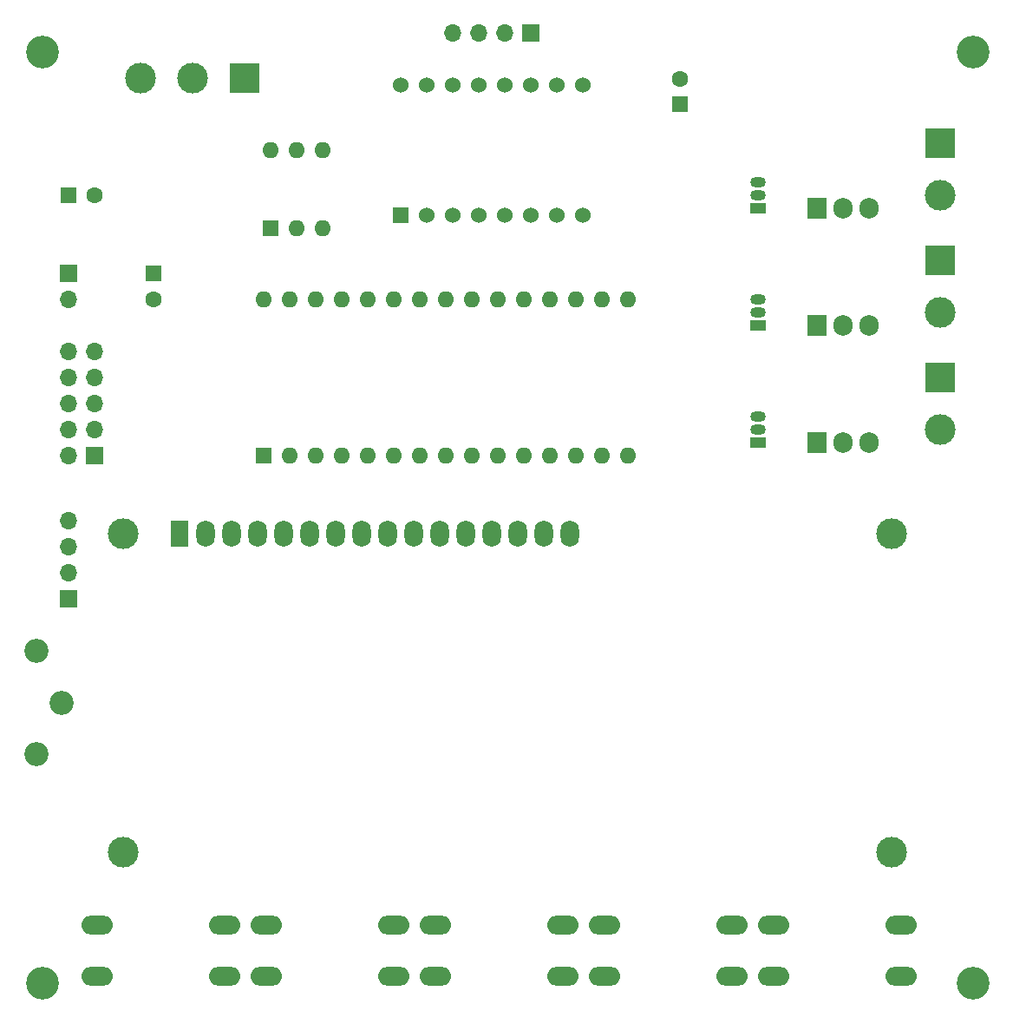
<source format=gbr>
%TF.GenerationSoftware,KiCad,Pcbnew,(5.1.12)-1*%
%TF.CreationDate,2022-08-13T13:45:03+02:00*%
%TF.ProjectId,petpuller,70657470-756c-46c6-9572-2e6b69636164,rev?*%
%TF.SameCoordinates,Original*%
%TF.FileFunction,Soldermask,Top*%
%TF.FilePolarity,Negative*%
%FSLAX46Y46*%
G04 Gerber Fmt 4.6, Leading zero omitted, Abs format (unit mm)*
G04 Created by KiCad (PCBNEW (5.1.12)-1) date 2022-08-13 13:45:03*
%MOMM*%
%LPD*%
G01*
G04 APERTURE LIST*
%ADD10C,3.200000*%
%ADD11R,1.600000X1.600000*%
%ADD12O,1.600000X1.600000*%
%ADD13C,1.600000*%
%ADD14R,1.800000X2.600000*%
%ADD15O,1.800000X2.600000*%
%ADD16C,3.000000*%
%ADD17R,1.700000X1.700000*%
%ADD18O,1.700000X1.700000*%
%ADD19C,2.340000*%
%ADD20R,1.530000X1.530000*%
%ADD21C,1.530000*%
%ADD22R,1.905000X2.000000*%
%ADD23O,1.905000X2.000000*%
%ADD24R,3.000000X3.000000*%
%ADD25O,3.048000X1.850000*%
%ADD26O,1.500000X1.050000*%
%ADD27R,1.500000X1.050000*%
G04 APERTURE END LIST*
D10*
%TO.C,REF\u002A\u002A*%
X100330000Y-20320000D03*
%TD*%
%TO.C,REF\u002A\u002A*%
X191135000Y-20320000D03*
%TD*%
%TO.C,REF\u002A\u002A*%
X100330000Y-111125000D03*
%TD*%
%TO.C,REF\u002A\u002A*%
X191135000Y-111125000D03*
%TD*%
D11*
%TO.C,A1*%
X121920000Y-59690000D03*
D12*
X154940000Y-44450000D03*
X124460000Y-59690000D03*
X152400000Y-44450000D03*
X127000000Y-59690000D03*
X149860000Y-44450000D03*
X129540000Y-59690000D03*
X147320000Y-44450000D03*
X132080000Y-59690000D03*
X144780000Y-44450000D03*
X134620000Y-59690000D03*
X142240000Y-44450000D03*
X137160000Y-59690000D03*
X139700000Y-44450000D03*
X139700000Y-59690000D03*
X137160000Y-44450000D03*
X142240000Y-59690000D03*
X134620000Y-44450000D03*
X144780000Y-59690000D03*
X132080000Y-44450000D03*
X147320000Y-59690000D03*
X129540000Y-44450000D03*
X149860000Y-59690000D03*
X127000000Y-44450000D03*
X152400000Y-59690000D03*
X124460000Y-44450000D03*
X154940000Y-59690000D03*
X121920000Y-44450000D03*
X157480000Y-59690000D03*
X157480000Y-44450000D03*
%TD*%
D11*
%TO.C,C1*%
X111125000Y-41910000D03*
D13*
X111125000Y-44410000D03*
%TD*%
D14*
%TO.C,DS1*%
X113665000Y-67310000D03*
D15*
X116205000Y-67310000D03*
X118745000Y-67310000D03*
X121285000Y-67310000D03*
X123825000Y-67310000D03*
X126365000Y-67310000D03*
X128905000Y-67310000D03*
X131445000Y-67310000D03*
X133985000Y-67310000D03*
X136525000Y-67310000D03*
X139065000Y-67310000D03*
X141605000Y-67310000D03*
X144145000Y-67310000D03*
X146685000Y-67310000D03*
X149225000Y-67310000D03*
X151765000Y-67310000D03*
D16*
X108165900Y-67310000D03*
X108165900Y-98310700D03*
X183164480Y-98310700D03*
X183165000Y-67310000D03*
%TD*%
D17*
%TO.C,J2*%
X147955000Y-18415000D03*
D18*
X145415000Y-18415000D03*
X142875000Y-18415000D03*
X140335000Y-18415000D03*
%TD*%
D17*
%TO.C,J3*%
X102870000Y-41910000D03*
D18*
X102870000Y-44450000D03*
%TD*%
D19*
%TO.C,RV1*%
X99695000Y-88740000D03*
X102195000Y-83740000D03*
X99695000Y-78740000D03*
%TD*%
D20*
%TO.C,U1*%
X135255000Y-36195000D03*
D21*
X137795000Y-36195000D03*
X140335000Y-36195000D03*
X142875000Y-36195000D03*
X145415000Y-36195000D03*
X147955000Y-36195000D03*
X150495000Y-36195000D03*
X153035000Y-36195000D03*
X153035000Y-23495000D03*
X150495000Y-23495000D03*
X147955000Y-23495000D03*
X145415000Y-23495000D03*
X142875000Y-23495000D03*
X140335000Y-23495000D03*
X137795000Y-23495000D03*
X135255000Y-23495000D03*
%TD*%
D22*
%TO.C,Q1*%
X175895000Y-58420000D03*
D23*
X178435000Y-58420000D03*
X180975000Y-58420000D03*
%TD*%
D24*
%TO.C,J4*%
X120015000Y-22860000D03*
D16*
X114935000Y-22860000D03*
X109855000Y-22860000D03*
%TD*%
D25*
%TO.C,SW2*%
X105610000Y-110490000D03*
X105610000Y-105490000D03*
X118110000Y-110490000D03*
X118110000Y-105490000D03*
%TD*%
%TO.C,SW3*%
X151130000Y-105490000D03*
X151130000Y-110490000D03*
X138630000Y-105490000D03*
X138630000Y-110490000D03*
%TD*%
%TO.C,SW4*%
X155140000Y-110490000D03*
X155140000Y-105490000D03*
X167640000Y-110490000D03*
X167640000Y-105490000D03*
%TD*%
%TO.C,SW5*%
X134620000Y-105490000D03*
X134620000Y-110490000D03*
X122120000Y-105490000D03*
X122120000Y-110490000D03*
%TD*%
%TO.C,SW6*%
X171650000Y-110490000D03*
X171650000Y-105490000D03*
X184150000Y-110490000D03*
X184150000Y-105490000D03*
%TD*%
D24*
%TO.C,J1*%
X187960000Y-52070000D03*
D16*
X187960000Y-57150000D03*
%TD*%
D26*
%TO.C,Q2*%
X170180000Y-57150000D03*
X170180000Y-55880000D03*
D27*
X170180000Y-58420000D03*
%TD*%
D11*
%TO.C,SW1*%
X122555000Y-37465000D03*
D12*
X127635000Y-29845000D03*
X125095000Y-37465000D03*
X125095000Y-29845000D03*
X127635000Y-37465000D03*
X122555000Y-29845000D03*
%TD*%
D17*
%TO.C,J5*%
X102870000Y-73660000D03*
D18*
X102870000Y-71120000D03*
X102870000Y-68580000D03*
X102870000Y-66040000D03*
%TD*%
D17*
%TO.C,J6*%
X105410000Y-59690000D03*
D18*
X102870000Y-59690000D03*
X105410000Y-57150000D03*
X102870000Y-57150000D03*
X105410000Y-54610000D03*
X102870000Y-54610000D03*
X105410000Y-52070000D03*
X102870000Y-52070000D03*
X105410000Y-49530000D03*
X102870000Y-49530000D03*
%TD*%
D16*
%TO.C,J7*%
X187960000Y-45720000D03*
D24*
X187960000Y-40640000D03*
%TD*%
%TO.C,J8*%
X187960000Y-29210000D03*
D16*
X187960000Y-34290000D03*
%TD*%
D27*
%TO.C,Q3*%
X170180000Y-46990000D03*
D26*
X170180000Y-44450000D03*
X170180000Y-45720000D03*
%TD*%
D23*
%TO.C,Q4*%
X180975000Y-46990000D03*
X178435000Y-46990000D03*
D22*
X175895000Y-46990000D03*
%TD*%
D26*
%TO.C,Q5*%
X170180000Y-34290000D03*
X170180000Y-33020000D03*
D27*
X170180000Y-35560000D03*
%TD*%
D22*
%TO.C,Q6*%
X175895000Y-35560000D03*
D23*
X178435000Y-35560000D03*
X180975000Y-35560000D03*
%TD*%
D11*
%TO.C,C2*%
X162560000Y-25400000D03*
D13*
X162560000Y-22900000D03*
%TD*%
%TO.C,C3*%
X105370000Y-34290000D03*
D11*
X102870000Y-34290000D03*
%TD*%
M02*

</source>
